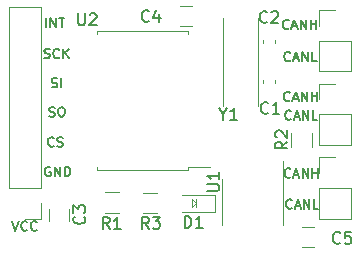
<source format=gbr>
%TF.GenerationSoftware,KiCad,Pcbnew,(6.0.7)*%
%TF.CreationDate,2022-10-24T20:04:37-04:00*%
%TF.ProjectId,SPItoCAN,53504974-6f43-4414-9e2e-6b696361645f,rev?*%
%TF.SameCoordinates,Original*%
%TF.FileFunction,Legend,Top*%
%TF.FilePolarity,Positive*%
%FSLAX46Y46*%
G04 Gerber Fmt 4.6, Leading zero omitted, Abs format (unit mm)*
G04 Created by KiCad (PCBNEW (6.0.7)) date 2022-10-24 20:04:37*
%MOMM*%
%LPD*%
G01*
G04 APERTURE LIST*
%ADD10C,0.150000*%
%ADD11C,0.200000*%
%ADD12C,0.100000*%
%ADD13C,0.120000*%
G04 APERTURE END LIST*
D10*
X37338104Y-30410114D02*
X37300009Y-30448209D01*
X37185723Y-30486304D01*
X37109533Y-30486304D01*
X36995247Y-30448209D01*
X36919057Y-30372019D01*
X36880961Y-30295828D01*
X36842866Y-30143447D01*
X36842866Y-30029161D01*
X36880961Y-29876780D01*
X36919057Y-29800590D01*
X36995247Y-29724400D01*
X37109533Y-29686304D01*
X37185723Y-29686304D01*
X37300009Y-29724400D01*
X37338104Y-29762495D01*
X37642866Y-30257733D02*
X38023819Y-30257733D01*
X37566676Y-30486304D02*
X37833342Y-29686304D01*
X38100009Y-30486304D01*
X38366676Y-30486304D02*
X38366676Y-29686304D01*
X38823819Y-30486304D01*
X38823819Y-29686304D01*
X39585723Y-30486304D02*
X39204771Y-30486304D01*
X39204771Y-29686304D01*
X37217466Y-27793914D02*
X37179371Y-27832009D01*
X37065085Y-27870104D01*
X36988895Y-27870104D01*
X36874609Y-27832009D01*
X36798419Y-27755819D01*
X36760323Y-27679628D01*
X36722228Y-27527247D01*
X36722228Y-27412961D01*
X36760323Y-27260580D01*
X36798419Y-27184390D01*
X36874609Y-27108200D01*
X36988895Y-27070104D01*
X37065085Y-27070104D01*
X37179371Y-27108200D01*
X37217466Y-27146295D01*
X37522228Y-27641533D02*
X37903180Y-27641533D01*
X37446038Y-27870104D02*
X37712704Y-27070104D01*
X37979371Y-27870104D01*
X38246038Y-27870104D02*
X38246038Y-27070104D01*
X38703180Y-27870104D01*
X38703180Y-27070104D01*
X39084133Y-27870104D02*
X39084133Y-27070104D01*
X39084133Y-27451057D02*
X39541276Y-27451057D01*
X39541276Y-27870104D02*
X39541276Y-27070104D01*
X37261904Y-22891714D02*
X37223809Y-22929809D01*
X37109523Y-22967904D01*
X37033333Y-22967904D01*
X36919047Y-22929809D01*
X36842857Y-22853619D01*
X36804761Y-22777428D01*
X36766666Y-22625047D01*
X36766666Y-22510761D01*
X36804761Y-22358380D01*
X36842857Y-22282190D01*
X36919047Y-22206000D01*
X37033333Y-22167904D01*
X37109523Y-22167904D01*
X37223809Y-22206000D01*
X37261904Y-22244095D01*
X37566666Y-22739333D02*
X37947619Y-22739333D01*
X37490476Y-22967904D02*
X37757142Y-22167904D01*
X38023809Y-22967904D01*
X38290476Y-22967904D02*
X38290476Y-22167904D01*
X38747619Y-22967904D01*
X38747619Y-22167904D01*
X39509523Y-22967904D02*
X39128571Y-22967904D01*
X39128571Y-22167904D01*
X37166666Y-21316914D02*
X37128571Y-21355009D01*
X37014285Y-21393104D01*
X36938095Y-21393104D01*
X36823809Y-21355009D01*
X36747619Y-21278819D01*
X36709523Y-21202628D01*
X36671428Y-21050247D01*
X36671428Y-20935961D01*
X36709523Y-20783580D01*
X36747619Y-20707390D01*
X36823809Y-20631200D01*
X36938095Y-20593104D01*
X37014285Y-20593104D01*
X37128571Y-20631200D01*
X37166666Y-20669295D01*
X37471428Y-21164533D02*
X37852380Y-21164533D01*
X37395238Y-21393104D02*
X37661904Y-20593104D01*
X37928571Y-21393104D01*
X38195238Y-21393104D02*
X38195238Y-20593104D01*
X38652380Y-21393104D01*
X38652380Y-20593104D01*
X39033333Y-21393104D02*
X39033333Y-20593104D01*
X39033333Y-20974057D02*
X39490476Y-20974057D01*
X39490476Y-21393104D02*
X39490476Y-20593104D01*
X37185704Y-17913314D02*
X37147609Y-17951409D01*
X37033323Y-17989504D01*
X36957133Y-17989504D01*
X36842847Y-17951409D01*
X36766657Y-17875219D01*
X36728561Y-17799028D01*
X36690466Y-17646647D01*
X36690466Y-17532361D01*
X36728561Y-17379980D01*
X36766657Y-17303790D01*
X36842847Y-17227600D01*
X36957133Y-17189504D01*
X37033323Y-17189504D01*
X37147609Y-17227600D01*
X37185704Y-17265695D01*
X37490466Y-17760933D02*
X37871419Y-17760933D01*
X37414276Y-17989504D02*
X37680942Y-17189504D01*
X37947609Y-17989504D01*
X38214276Y-17989504D02*
X38214276Y-17189504D01*
X38671419Y-17989504D01*
X38671419Y-17189504D01*
X39433323Y-17989504D02*
X39052371Y-17989504D01*
X39052371Y-17189504D01*
X37065066Y-15195514D02*
X37026971Y-15233609D01*
X36912685Y-15271704D01*
X36836495Y-15271704D01*
X36722209Y-15233609D01*
X36646019Y-15157419D01*
X36607923Y-15081228D01*
X36569828Y-14928847D01*
X36569828Y-14814561D01*
X36607923Y-14662180D01*
X36646019Y-14585990D01*
X36722209Y-14509800D01*
X36836495Y-14471704D01*
X36912685Y-14471704D01*
X37026971Y-14509800D01*
X37065066Y-14547895D01*
X37369828Y-15043133D02*
X37750780Y-15043133D01*
X37293638Y-15271704D02*
X37560304Y-14471704D01*
X37826971Y-15271704D01*
X38093638Y-15271704D02*
X38093638Y-14471704D01*
X38550780Y-15271704D01*
X38550780Y-14471704D01*
X38931733Y-15271704D02*
X38931733Y-14471704D01*
X38931733Y-14852657D02*
X39388876Y-14852657D01*
X39388876Y-15271704D02*
X39388876Y-14471704D01*
D11*
X13665333Y-31540504D02*
X13932000Y-32340504D01*
X14198666Y-31540504D01*
X14922476Y-32264314D02*
X14884380Y-32302409D01*
X14770095Y-32340504D01*
X14693904Y-32340504D01*
X14579619Y-32302409D01*
X14503428Y-32226219D01*
X14465333Y-32150028D01*
X14427238Y-31997647D01*
X14427238Y-31883361D01*
X14465333Y-31730980D01*
X14503428Y-31654790D01*
X14579619Y-31578600D01*
X14693904Y-31540504D01*
X14770095Y-31540504D01*
X14884380Y-31578600D01*
X14922476Y-31616695D01*
X15722476Y-32264314D02*
X15684380Y-32302409D01*
X15570095Y-32340504D01*
X15493904Y-32340504D01*
X15379619Y-32302409D01*
X15303428Y-32226219D01*
X15265333Y-32150028D01*
X15227238Y-31997647D01*
X15227238Y-31883361D01*
X15265333Y-31730980D01*
X15303428Y-31654790D01*
X15379619Y-31578600D01*
X15493904Y-31540504D01*
X15570095Y-31540504D01*
X15684380Y-31578600D01*
X15722476Y-31616695D01*
X16891076Y-26955800D02*
X16814885Y-26917704D01*
X16700600Y-26917704D01*
X16586314Y-26955800D01*
X16510123Y-27031990D01*
X16472028Y-27108180D01*
X16433933Y-27260561D01*
X16433933Y-27374847D01*
X16472028Y-27527228D01*
X16510123Y-27603419D01*
X16586314Y-27679609D01*
X16700600Y-27717704D01*
X16776790Y-27717704D01*
X16891076Y-27679609D01*
X16929171Y-27641514D01*
X16929171Y-27374847D01*
X16776790Y-27374847D01*
X17272028Y-27717704D02*
X17272028Y-26917704D01*
X17729171Y-27717704D01*
X17729171Y-26917704D01*
X18110123Y-27717704D02*
X18110123Y-26917704D01*
X18300600Y-26917704D01*
X18414885Y-26955800D01*
X18491076Y-27031990D01*
X18529171Y-27108180D01*
X18567266Y-27260561D01*
X18567266Y-27374847D01*
X18529171Y-27527228D01*
X18491076Y-27603419D01*
X18414885Y-27679609D01*
X18300600Y-27717704D01*
X18110123Y-27717704D01*
X17189466Y-25152314D02*
X17151371Y-25190409D01*
X17037085Y-25228504D01*
X16960895Y-25228504D01*
X16846609Y-25190409D01*
X16770419Y-25114219D01*
X16732323Y-25038028D01*
X16694228Y-24885647D01*
X16694228Y-24771361D01*
X16732323Y-24618980D01*
X16770419Y-24542790D01*
X16846609Y-24466600D01*
X16960895Y-24428504D01*
X17037085Y-24428504D01*
X17151371Y-24466600D01*
X17189466Y-24504695D01*
X17494228Y-25190409D02*
X17608514Y-25228504D01*
X17798990Y-25228504D01*
X17875180Y-25190409D01*
X17913276Y-25152314D01*
X17951371Y-25076123D01*
X17951371Y-24999933D01*
X17913276Y-24923742D01*
X17875180Y-24885647D01*
X17798990Y-24847552D01*
X17646609Y-24809457D01*
X17570419Y-24771361D01*
X17532323Y-24733266D01*
X17494228Y-24657076D01*
X17494228Y-24580885D01*
X17532323Y-24504695D01*
X17570419Y-24466600D01*
X17646609Y-24428504D01*
X17837085Y-24428504D01*
X17951371Y-24466600D01*
X16802180Y-22650409D02*
X16916466Y-22688504D01*
X17106942Y-22688504D01*
X17183133Y-22650409D01*
X17221228Y-22612314D01*
X17259323Y-22536123D01*
X17259323Y-22459933D01*
X17221228Y-22383742D01*
X17183133Y-22345647D01*
X17106942Y-22307552D01*
X16954561Y-22269457D01*
X16878371Y-22231361D01*
X16840276Y-22193266D01*
X16802180Y-22117076D01*
X16802180Y-22040885D01*
X16840276Y-21964695D01*
X16878371Y-21926600D01*
X16954561Y-21888504D01*
X17145038Y-21888504D01*
X17259323Y-21926600D01*
X17754561Y-21888504D02*
X17906942Y-21888504D01*
X17983133Y-21926600D01*
X18059323Y-22002790D01*
X18097419Y-22155171D01*
X18097419Y-22421838D01*
X18059323Y-22574219D01*
X17983133Y-22650409D01*
X17906942Y-22688504D01*
X17754561Y-22688504D01*
X17678371Y-22650409D01*
X17602180Y-22574219D01*
X17564085Y-22421838D01*
X17564085Y-22155171D01*
X17602180Y-22002790D01*
X17678371Y-21926600D01*
X17754561Y-21888504D01*
X17005352Y-20186609D02*
X17119638Y-20224704D01*
X17310114Y-20224704D01*
X17386304Y-20186609D01*
X17424400Y-20148514D01*
X17462495Y-20072323D01*
X17462495Y-19996133D01*
X17424400Y-19919942D01*
X17386304Y-19881847D01*
X17310114Y-19843752D01*
X17157733Y-19805657D01*
X17081542Y-19767561D01*
X17043447Y-19729466D01*
X17005352Y-19653276D01*
X17005352Y-19577085D01*
X17043447Y-19500895D01*
X17081542Y-19462800D01*
X17157733Y-19424704D01*
X17348209Y-19424704D01*
X17462495Y-19462800D01*
X17805352Y-20224704D02*
X17805352Y-19424704D01*
X16395828Y-17697409D02*
X16510114Y-17735504D01*
X16700590Y-17735504D01*
X16776780Y-17697409D01*
X16814876Y-17659314D01*
X16852971Y-17583123D01*
X16852971Y-17506933D01*
X16814876Y-17430742D01*
X16776780Y-17392647D01*
X16700590Y-17354552D01*
X16548209Y-17316457D01*
X16472019Y-17278361D01*
X16433923Y-17240266D01*
X16395828Y-17164076D01*
X16395828Y-17087885D01*
X16433923Y-17011695D01*
X16472019Y-16973600D01*
X16548209Y-16935504D01*
X16738685Y-16935504D01*
X16852971Y-16973600D01*
X17652971Y-17659314D02*
X17614876Y-17697409D01*
X17500590Y-17735504D01*
X17424400Y-17735504D01*
X17310114Y-17697409D01*
X17233923Y-17621219D01*
X17195828Y-17545028D01*
X17157733Y-17392647D01*
X17157733Y-17278361D01*
X17195828Y-17125980D01*
X17233923Y-17049790D01*
X17310114Y-16973600D01*
X17424400Y-16935504D01*
X17500590Y-16935504D01*
X17614876Y-16973600D01*
X17652971Y-17011695D01*
X17995828Y-17735504D02*
X17995828Y-16935504D01*
X18452971Y-17735504D02*
X18110114Y-17278361D01*
X18452971Y-16935504D02*
X17995828Y-17392647D01*
X16522790Y-15119304D02*
X16522790Y-14319304D01*
X16903742Y-15119304D02*
X16903742Y-14319304D01*
X17360885Y-15119304D01*
X17360885Y-14319304D01*
X17627552Y-14319304D02*
X18084695Y-14319304D01*
X17856123Y-15119304D02*
X17856123Y-14319304D01*
D10*
%TO.C,Y1*%
X31523809Y-22476190D02*
X31523809Y-22952380D01*
X31190476Y-21952380D02*
X31523809Y-22476190D01*
X31857142Y-21952380D01*
X32714285Y-22952380D02*
X32142857Y-22952380D01*
X32428571Y-22952380D02*
X32428571Y-21952380D01*
X32333333Y-22095238D01*
X32238095Y-22190476D01*
X32142857Y-22238095D01*
%TO.C,U2*%
X19238095Y-13952380D02*
X19238095Y-14761904D01*
X19285714Y-14857142D01*
X19333333Y-14904761D01*
X19428571Y-14952380D01*
X19619047Y-14952380D01*
X19714285Y-14904761D01*
X19761904Y-14857142D01*
X19809523Y-14761904D01*
X19809523Y-13952380D01*
X20238095Y-14047619D02*
X20285714Y-14000000D01*
X20380952Y-13952380D01*
X20619047Y-13952380D01*
X20714285Y-14000000D01*
X20761904Y-14047619D01*
X20809523Y-14142857D01*
X20809523Y-14238095D01*
X20761904Y-14380952D01*
X20190476Y-14952380D01*
X20809523Y-14952380D01*
%TO.C,U1*%
X30186380Y-28981304D02*
X30995904Y-28981304D01*
X31091142Y-28933685D01*
X31138761Y-28886066D01*
X31186380Y-28790828D01*
X31186380Y-28600352D01*
X31138761Y-28505114D01*
X31091142Y-28457495D01*
X30995904Y-28409876D01*
X30186380Y-28409876D01*
X31186380Y-27409876D02*
X31186380Y-27981304D01*
X31186380Y-27695590D02*
X30186380Y-27695590D01*
X30329238Y-27790828D01*
X30424476Y-27886066D01*
X30472095Y-27981304D01*
%TO.C,R3*%
X25223333Y-32182380D02*
X24890000Y-31706190D01*
X24651904Y-32182380D02*
X24651904Y-31182380D01*
X25032857Y-31182380D01*
X25128095Y-31230000D01*
X25175714Y-31277619D01*
X25223333Y-31372857D01*
X25223333Y-31515714D01*
X25175714Y-31610952D01*
X25128095Y-31658571D01*
X25032857Y-31706190D01*
X24651904Y-31706190D01*
X25556666Y-31182380D02*
X26175714Y-31182380D01*
X25842380Y-31563333D01*
X25985238Y-31563333D01*
X26080476Y-31610952D01*
X26128095Y-31658571D01*
X26175714Y-31753809D01*
X26175714Y-31991904D01*
X26128095Y-32087142D01*
X26080476Y-32134761D01*
X25985238Y-32182380D01*
X25699523Y-32182380D01*
X25604285Y-32134761D01*
X25556666Y-32087142D01*
%TO.C,R2*%
X36952380Y-24816666D02*
X36476190Y-25150000D01*
X36952380Y-25388095D02*
X35952380Y-25388095D01*
X35952380Y-25007142D01*
X36000000Y-24911904D01*
X36047619Y-24864285D01*
X36142857Y-24816666D01*
X36285714Y-24816666D01*
X36380952Y-24864285D01*
X36428571Y-24911904D01*
X36476190Y-25007142D01*
X36476190Y-25388095D01*
X36047619Y-24435714D02*
X36000000Y-24388095D01*
X35952380Y-24292857D01*
X35952380Y-24054761D01*
X36000000Y-23959523D01*
X36047619Y-23911904D01*
X36142857Y-23864285D01*
X36238095Y-23864285D01*
X36380952Y-23911904D01*
X36952380Y-24483333D01*
X36952380Y-23864285D01*
%TO.C,R1*%
X21913333Y-32202380D02*
X21580000Y-31726190D01*
X21341904Y-32202380D02*
X21341904Y-31202380D01*
X21722857Y-31202380D01*
X21818095Y-31250000D01*
X21865714Y-31297619D01*
X21913333Y-31392857D01*
X21913333Y-31535714D01*
X21865714Y-31630952D01*
X21818095Y-31678571D01*
X21722857Y-31726190D01*
X21341904Y-31726190D01*
X22865714Y-32202380D02*
X22294285Y-32202380D01*
X22580000Y-32202380D02*
X22580000Y-31202380D01*
X22484761Y-31345238D01*
X22389523Y-31440476D01*
X22294285Y-31488095D01*
%TO.C,D1*%
X28271904Y-32112380D02*
X28271904Y-31112380D01*
X28510000Y-31112380D01*
X28652857Y-31160000D01*
X28748095Y-31255238D01*
X28795714Y-31350476D01*
X28843333Y-31540952D01*
X28843333Y-31683809D01*
X28795714Y-31874285D01*
X28748095Y-31969523D01*
X28652857Y-32064761D01*
X28510000Y-32112380D01*
X28271904Y-32112380D01*
X29795714Y-32112380D02*
X29224285Y-32112380D01*
X29510000Y-32112380D02*
X29510000Y-31112380D01*
X29414761Y-31255238D01*
X29319523Y-31350476D01*
X29224285Y-31398095D01*
%TO.C,C5*%
X41433333Y-33357142D02*
X41385714Y-33404761D01*
X41242857Y-33452380D01*
X41147619Y-33452380D01*
X41004761Y-33404761D01*
X40909523Y-33309523D01*
X40861904Y-33214285D01*
X40814285Y-33023809D01*
X40814285Y-32880952D01*
X40861904Y-32690476D01*
X40909523Y-32595238D01*
X41004761Y-32500000D01*
X41147619Y-32452380D01*
X41242857Y-32452380D01*
X41385714Y-32500000D01*
X41433333Y-32547619D01*
X42338095Y-32452380D02*
X41861904Y-32452380D01*
X41814285Y-32928571D01*
X41861904Y-32880952D01*
X41957142Y-32833333D01*
X42195238Y-32833333D01*
X42290476Y-32880952D01*
X42338095Y-32928571D01*
X42385714Y-33023809D01*
X42385714Y-33261904D01*
X42338095Y-33357142D01*
X42290476Y-33404761D01*
X42195238Y-33452380D01*
X41957142Y-33452380D01*
X41861904Y-33404761D01*
X41814285Y-33357142D01*
%TO.C,C4*%
X25233333Y-14582142D02*
X25185714Y-14629761D01*
X25042857Y-14677380D01*
X24947619Y-14677380D01*
X24804761Y-14629761D01*
X24709523Y-14534523D01*
X24661904Y-14439285D01*
X24614285Y-14248809D01*
X24614285Y-14105952D01*
X24661904Y-13915476D01*
X24709523Y-13820238D01*
X24804761Y-13725000D01*
X24947619Y-13677380D01*
X25042857Y-13677380D01*
X25185714Y-13725000D01*
X25233333Y-13772619D01*
X26090476Y-14010714D02*
X26090476Y-14677380D01*
X25852380Y-13629761D02*
X25614285Y-14344047D01*
X26233333Y-14344047D01*
%TO.C,C3*%
X19757142Y-31166666D02*
X19804761Y-31214285D01*
X19852380Y-31357142D01*
X19852380Y-31452380D01*
X19804761Y-31595238D01*
X19709523Y-31690476D01*
X19614285Y-31738095D01*
X19423809Y-31785714D01*
X19280952Y-31785714D01*
X19090476Y-31738095D01*
X18995238Y-31690476D01*
X18900000Y-31595238D01*
X18852380Y-31452380D01*
X18852380Y-31357142D01*
X18900000Y-31214285D01*
X18947619Y-31166666D01*
X18852380Y-30833333D02*
X18852380Y-30214285D01*
X19233333Y-30547619D01*
X19233333Y-30404761D01*
X19280952Y-30309523D01*
X19328571Y-30261904D01*
X19423809Y-30214285D01*
X19661904Y-30214285D01*
X19757142Y-30261904D01*
X19804761Y-30309523D01*
X19852380Y-30404761D01*
X19852380Y-30690476D01*
X19804761Y-30785714D01*
X19757142Y-30833333D01*
%TO.C,C2*%
X35233333Y-14657142D02*
X35185714Y-14704761D01*
X35042857Y-14752380D01*
X34947619Y-14752380D01*
X34804761Y-14704761D01*
X34709523Y-14609523D01*
X34661904Y-14514285D01*
X34614285Y-14323809D01*
X34614285Y-14180952D01*
X34661904Y-13990476D01*
X34709523Y-13895238D01*
X34804761Y-13800000D01*
X34947619Y-13752380D01*
X35042857Y-13752380D01*
X35185714Y-13800000D01*
X35233333Y-13847619D01*
X35614285Y-13847619D02*
X35661904Y-13800000D01*
X35757142Y-13752380D01*
X35995238Y-13752380D01*
X36090476Y-13800000D01*
X36138095Y-13847619D01*
X36185714Y-13942857D01*
X36185714Y-14038095D01*
X36138095Y-14180952D01*
X35566666Y-14752380D01*
X36185714Y-14752380D01*
%TO.C,C1*%
X35333333Y-22357142D02*
X35285714Y-22404761D01*
X35142857Y-22452380D01*
X35047619Y-22452380D01*
X34904761Y-22404761D01*
X34809523Y-22309523D01*
X34761904Y-22214285D01*
X34714285Y-22023809D01*
X34714285Y-21880952D01*
X34761904Y-21690476D01*
X34809523Y-21595238D01*
X34904761Y-21500000D01*
X35047619Y-21452380D01*
X35142857Y-21452380D01*
X35285714Y-21500000D01*
X35333333Y-21547619D01*
X36285714Y-22452380D02*
X35714285Y-22452380D01*
X36000000Y-22452380D02*
X36000000Y-21452380D01*
X35904761Y-21595238D01*
X35809523Y-21690476D01*
X35714285Y-21738095D01*
D12*
%TO.C,Y1*%
X34450000Y-21825000D02*
X34450000Y-14375000D01*
X31550000Y-21825000D02*
X31550000Y-14375000D01*
D13*
%TO.C,U2*%
X28560000Y-15415000D02*
X28560000Y-15660000D01*
X20840000Y-15415000D02*
X20840000Y-15660000D01*
X20840000Y-27185000D02*
X20840000Y-26940000D01*
X24700000Y-15415000D02*
X28560000Y-15415000D01*
X24700000Y-27185000D02*
X28560000Y-27185000D01*
X28560000Y-26940000D02*
X30375000Y-26940000D01*
X24700000Y-15415000D02*
X20840000Y-15415000D01*
X24700000Y-27185000D02*
X20840000Y-27185000D01*
X28560000Y-27185000D02*
X28560000Y-26940000D01*
%TO.C,U1*%
X36560000Y-29925000D02*
X36560000Y-31875000D01*
X31440000Y-29925000D02*
X31440000Y-31875000D01*
X36560000Y-29925000D02*
X36560000Y-26475000D01*
X31440000Y-29925000D02*
X31440000Y-27975000D01*
%TO.C,R3*%
X24760000Y-29120000D02*
X25960000Y-29120000D01*
X25960000Y-30880000D02*
X24760000Y-30880000D01*
%TO.C,R2*%
X39030000Y-24050000D02*
X39030000Y-25250000D01*
X37270000Y-25250000D02*
X37270000Y-24050000D01*
%TO.C,R1*%
X21490000Y-29110000D02*
X22690000Y-29110000D01*
X22690000Y-30870000D02*
X21490000Y-30870000D01*
%TO.C,J4*%
X16080000Y-28730000D02*
X13420000Y-28730000D01*
X16080000Y-28730000D02*
X16080000Y-13430000D01*
X16080000Y-31330000D02*
X14750000Y-31330000D01*
X16080000Y-13430000D02*
X13420000Y-13430000D01*
X16080000Y-30000000D02*
X16080000Y-31330000D01*
X13420000Y-28730000D02*
X13420000Y-13430000D01*
%TO.C,J3*%
X39670000Y-19895000D02*
X41000000Y-19895000D01*
X39670000Y-21225000D02*
X39670000Y-19895000D01*
X39670000Y-22495000D02*
X42330000Y-22495000D01*
X42330000Y-22495000D02*
X42330000Y-25095000D01*
X39670000Y-22495000D02*
X39670000Y-25095000D01*
X39670000Y-25095000D02*
X42330000Y-25095000D01*
%TO.C,J2*%
X39670000Y-13670000D02*
X41000000Y-13670000D01*
X39670000Y-15000000D02*
X39670000Y-13670000D01*
X39670000Y-16270000D02*
X42330000Y-16270000D01*
X42330000Y-16270000D02*
X42330000Y-18870000D01*
X39670000Y-16270000D02*
X39670000Y-18870000D01*
X39670000Y-18870000D02*
X42330000Y-18870000D01*
%TO.C,J1*%
X39670000Y-26145000D02*
X41000000Y-26145000D01*
X39670000Y-27475000D02*
X39670000Y-26145000D01*
X39670000Y-28745000D02*
X42330000Y-28745000D01*
X42330000Y-28745000D02*
X42330000Y-31345000D01*
X39670000Y-28745000D02*
X39670000Y-31345000D01*
X39670000Y-31345000D02*
X42330000Y-31345000D01*
D12*
%TO.C,D1*%
X29210000Y-29680000D02*
X29210000Y-30030000D01*
X29210000Y-30030000D02*
X29210000Y-30380000D01*
X28860000Y-29680000D02*
X29210000Y-30030000D01*
X28860000Y-29730000D02*
X28860000Y-29680000D01*
X28860000Y-29680000D02*
X28860000Y-29730000D01*
X28860000Y-30380000D02*
X28860000Y-29730000D01*
X28910000Y-30330000D02*
X28860000Y-30380000D01*
X29210000Y-30030000D02*
X28910000Y-30330000D01*
D13*
X30810000Y-30730000D02*
X30810000Y-29330000D01*
X30810000Y-29330000D02*
X28010000Y-29330000D01*
X30810000Y-30730000D02*
X28010000Y-30730000D01*
%TO.C,C5*%
X39175000Y-32050000D02*
X38175000Y-32050000D01*
X38175000Y-33750000D02*
X39175000Y-33750000D01*
%TO.C,C4*%
X28850000Y-13350000D02*
X27850000Y-13350000D01*
X27850000Y-15050000D02*
X28850000Y-15050000D01*
%TO.C,C3*%
X18460000Y-31500000D02*
X18460000Y-30500000D01*
X16760000Y-30500000D02*
X16760000Y-31500000D01*
%TO.C,C2*%
X34890000Y-16500279D02*
X34890000Y-16174721D01*
X35910000Y-16500279D02*
X35910000Y-16174721D01*
%TO.C,C1*%
X34890000Y-19549721D02*
X34890000Y-19875279D01*
X35910000Y-19549721D02*
X35910000Y-19875279D01*
%TD*%
M02*

</source>
